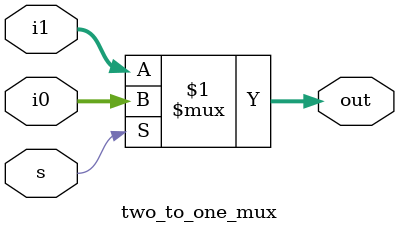
<source format=v>
module two_to_one_mux (out, i0, i1, s);
output wire [63:0] out;
input wire [63:0] i0, i1;
input wire s;   

assign out = s ? i0 : i1;

endmodule

</source>
